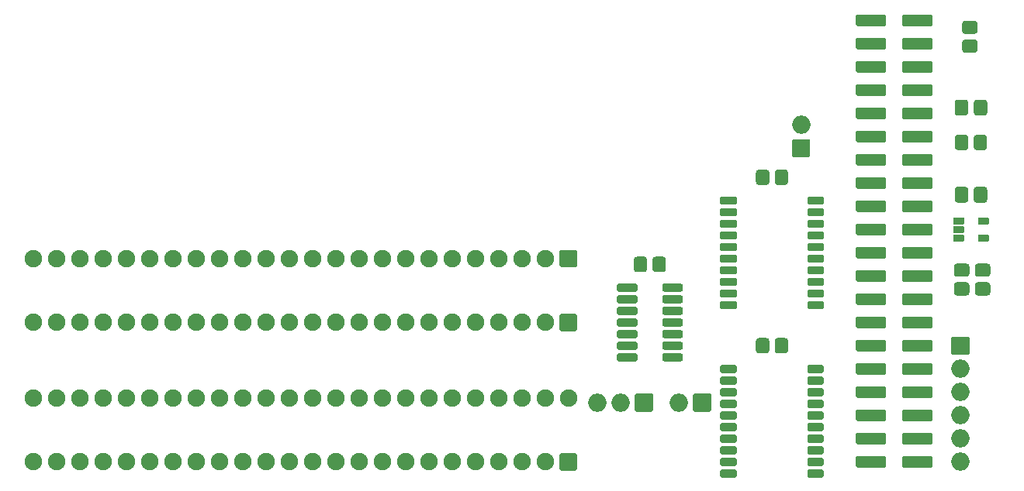
<source format=gbr>
G04 #@! TF.GenerationSoftware,KiCad,Pcbnew,(5.1.9)-1*
G04 #@! TF.CreationDate,2021-04-27T11:27:05+01:00*
G04 #@! TF.ProjectId,RGBtoHDMI Amiga Denise - solarmon - Rev 2 - SOIC,52474274-6f48-4444-9d49-20416d696761,2 (SOIC)*
G04 #@! TF.SameCoordinates,Original*
G04 #@! TF.FileFunction,Soldermask,Top*
G04 #@! TF.FilePolarity,Negative*
%FSLAX46Y46*%
G04 Gerber Fmt 4.6, Leading zero omitted, Abs format (unit mm)*
G04 Created by KiCad (PCBNEW (5.1.9)-1) date 2021-04-27 11:27:05*
%MOMM*%
%LPD*%
G01*
G04 APERTURE LIST*
%ADD10O,2.000000X2.000000*%
%ADD11O,1.900000X1.900000*%
%ADD12C,1.900000*%
G04 APERTURE END LIST*
G36*
G01*
X189778000Y-52116000D02*
X189778000Y-51516000D01*
G75*
G02*
X189928000Y-51366000I150000J0D01*
G01*
X191428000Y-51366000D01*
G75*
G02*
X191578000Y-51516000I0J-150000D01*
G01*
X191578000Y-52116000D01*
G75*
G02*
X191428000Y-52266000I-150000J0D01*
G01*
X189928000Y-52266000D01*
G75*
G02*
X189778000Y-52116000I0J150000D01*
G01*
G37*
G36*
G01*
X189778000Y-53386000D02*
X189778000Y-52786000D01*
G75*
G02*
X189928000Y-52636000I150000J0D01*
G01*
X191428000Y-52636000D01*
G75*
G02*
X191578000Y-52786000I0J-150000D01*
G01*
X191578000Y-53386000D01*
G75*
G02*
X191428000Y-53536000I-150000J0D01*
G01*
X189928000Y-53536000D01*
G75*
G02*
X189778000Y-53386000I0J150000D01*
G01*
G37*
G36*
G01*
X189778000Y-54656000D02*
X189778000Y-54056000D01*
G75*
G02*
X189928000Y-53906000I150000J0D01*
G01*
X191428000Y-53906000D01*
G75*
G02*
X191578000Y-54056000I0J-150000D01*
G01*
X191578000Y-54656000D01*
G75*
G02*
X191428000Y-54806000I-150000J0D01*
G01*
X189928000Y-54806000D01*
G75*
G02*
X189778000Y-54656000I0J150000D01*
G01*
G37*
G36*
G01*
X189778000Y-55926000D02*
X189778000Y-55326000D01*
G75*
G02*
X189928000Y-55176000I150000J0D01*
G01*
X191428000Y-55176000D01*
G75*
G02*
X191578000Y-55326000I0J-150000D01*
G01*
X191578000Y-55926000D01*
G75*
G02*
X191428000Y-56076000I-150000J0D01*
G01*
X189928000Y-56076000D01*
G75*
G02*
X189778000Y-55926000I0J150000D01*
G01*
G37*
G36*
G01*
X189778000Y-57196000D02*
X189778000Y-56596000D01*
G75*
G02*
X189928000Y-56446000I150000J0D01*
G01*
X191428000Y-56446000D01*
G75*
G02*
X191578000Y-56596000I0J-150000D01*
G01*
X191578000Y-57196000D01*
G75*
G02*
X191428000Y-57346000I-150000J0D01*
G01*
X189928000Y-57346000D01*
G75*
G02*
X189778000Y-57196000I0J150000D01*
G01*
G37*
G36*
G01*
X189778000Y-58466000D02*
X189778000Y-57866000D01*
G75*
G02*
X189928000Y-57716000I150000J0D01*
G01*
X191428000Y-57716000D01*
G75*
G02*
X191578000Y-57866000I0J-150000D01*
G01*
X191578000Y-58466000D01*
G75*
G02*
X191428000Y-58616000I-150000J0D01*
G01*
X189928000Y-58616000D01*
G75*
G02*
X189778000Y-58466000I0J150000D01*
G01*
G37*
G36*
G01*
X189778000Y-59736000D02*
X189778000Y-59136000D01*
G75*
G02*
X189928000Y-58986000I150000J0D01*
G01*
X191428000Y-58986000D01*
G75*
G02*
X191578000Y-59136000I0J-150000D01*
G01*
X191578000Y-59736000D01*
G75*
G02*
X191428000Y-59886000I-150000J0D01*
G01*
X189928000Y-59886000D01*
G75*
G02*
X189778000Y-59736000I0J150000D01*
G01*
G37*
G36*
G01*
X189778000Y-61006000D02*
X189778000Y-60406000D01*
G75*
G02*
X189928000Y-60256000I150000J0D01*
G01*
X191428000Y-60256000D01*
G75*
G02*
X191578000Y-60406000I0J-150000D01*
G01*
X191578000Y-61006000D01*
G75*
G02*
X191428000Y-61156000I-150000J0D01*
G01*
X189928000Y-61156000D01*
G75*
G02*
X189778000Y-61006000I0J150000D01*
G01*
G37*
G36*
G01*
X189778000Y-62276000D02*
X189778000Y-61676000D01*
G75*
G02*
X189928000Y-61526000I150000J0D01*
G01*
X191428000Y-61526000D01*
G75*
G02*
X191578000Y-61676000I0J-150000D01*
G01*
X191578000Y-62276000D01*
G75*
G02*
X191428000Y-62426000I-150000J0D01*
G01*
X189928000Y-62426000D01*
G75*
G02*
X189778000Y-62276000I0J150000D01*
G01*
G37*
G36*
G01*
X189778000Y-63546000D02*
X189778000Y-62946000D01*
G75*
G02*
X189928000Y-62796000I150000J0D01*
G01*
X191428000Y-62796000D01*
G75*
G02*
X191578000Y-62946000I0J-150000D01*
G01*
X191578000Y-63546000D01*
G75*
G02*
X191428000Y-63696000I-150000J0D01*
G01*
X189928000Y-63696000D01*
G75*
G02*
X189778000Y-63546000I0J150000D01*
G01*
G37*
G36*
G01*
X180278000Y-63546000D02*
X180278000Y-62946000D01*
G75*
G02*
X180428000Y-62796000I150000J0D01*
G01*
X181928000Y-62796000D01*
G75*
G02*
X182078000Y-62946000I0J-150000D01*
G01*
X182078000Y-63546000D01*
G75*
G02*
X181928000Y-63696000I-150000J0D01*
G01*
X180428000Y-63696000D01*
G75*
G02*
X180278000Y-63546000I0J150000D01*
G01*
G37*
G36*
G01*
X180278000Y-62276000D02*
X180278000Y-61676000D01*
G75*
G02*
X180428000Y-61526000I150000J0D01*
G01*
X181928000Y-61526000D01*
G75*
G02*
X182078000Y-61676000I0J-150000D01*
G01*
X182078000Y-62276000D01*
G75*
G02*
X181928000Y-62426000I-150000J0D01*
G01*
X180428000Y-62426000D01*
G75*
G02*
X180278000Y-62276000I0J150000D01*
G01*
G37*
G36*
G01*
X180278000Y-61006000D02*
X180278000Y-60406000D01*
G75*
G02*
X180428000Y-60256000I150000J0D01*
G01*
X181928000Y-60256000D01*
G75*
G02*
X182078000Y-60406000I0J-150000D01*
G01*
X182078000Y-61006000D01*
G75*
G02*
X181928000Y-61156000I-150000J0D01*
G01*
X180428000Y-61156000D01*
G75*
G02*
X180278000Y-61006000I0J150000D01*
G01*
G37*
G36*
G01*
X180278000Y-59736000D02*
X180278000Y-59136000D01*
G75*
G02*
X180428000Y-58986000I150000J0D01*
G01*
X181928000Y-58986000D01*
G75*
G02*
X182078000Y-59136000I0J-150000D01*
G01*
X182078000Y-59736000D01*
G75*
G02*
X181928000Y-59886000I-150000J0D01*
G01*
X180428000Y-59886000D01*
G75*
G02*
X180278000Y-59736000I0J150000D01*
G01*
G37*
G36*
G01*
X180278000Y-52116000D02*
X180278000Y-51516000D01*
G75*
G02*
X180428000Y-51366000I150000J0D01*
G01*
X181928000Y-51366000D01*
G75*
G02*
X182078000Y-51516000I0J-150000D01*
G01*
X182078000Y-52116000D01*
G75*
G02*
X181928000Y-52266000I-150000J0D01*
G01*
X180428000Y-52266000D01*
G75*
G02*
X180278000Y-52116000I0J150000D01*
G01*
G37*
G36*
G01*
X180278000Y-53386000D02*
X180278000Y-52786000D01*
G75*
G02*
X180428000Y-52636000I150000J0D01*
G01*
X181928000Y-52636000D01*
G75*
G02*
X182078000Y-52786000I0J-150000D01*
G01*
X182078000Y-53386000D01*
G75*
G02*
X181928000Y-53536000I-150000J0D01*
G01*
X180428000Y-53536000D01*
G75*
G02*
X180278000Y-53386000I0J150000D01*
G01*
G37*
G36*
G01*
X180278000Y-54656000D02*
X180278000Y-54056000D01*
G75*
G02*
X180428000Y-53906000I150000J0D01*
G01*
X181928000Y-53906000D01*
G75*
G02*
X182078000Y-54056000I0J-150000D01*
G01*
X182078000Y-54656000D01*
G75*
G02*
X181928000Y-54806000I-150000J0D01*
G01*
X180428000Y-54806000D01*
G75*
G02*
X180278000Y-54656000I0J150000D01*
G01*
G37*
G36*
G01*
X180278000Y-55926000D02*
X180278000Y-55326000D01*
G75*
G02*
X180428000Y-55176000I150000J0D01*
G01*
X181928000Y-55176000D01*
G75*
G02*
X182078000Y-55326000I0J-150000D01*
G01*
X182078000Y-55926000D01*
G75*
G02*
X181928000Y-56076000I-150000J0D01*
G01*
X180428000Y-56076000D01*
G75*
G02*
X180278000Y-55926000I0J150000D01*
G01*
G37*
G36*
G01*
X180278000Y-57196000D02*
X180278000Y-56596000D01*
G75*
G02*
X180428000Y-56446000I150000J0D01*
G01*
X181928000Y-56446000D01*
G75*
G02*
X182078000Y-56596000I0J-150000D01*
G01*
X182078000Y-57196000D01*
G75*
G02*
X181928000Y-57346000I-150000J0D01*
G01*
X180428000Y-57346000D01*
G75*
G02*
X180278000Y-57196000I0J150000D01*
G01*
G37*
G36*
G01*
X180278000Y-58466000D02*
X180278000Y-57866000D01*
G75*
G02*
X180428000Y-57716000I150000J0D01*
G01*
X181928000Y-57716000D01*
G75*
G02*
X182078000Y-57866000I0J-150000D01*
G01*
X182078000Y-58466000D01*
G75*
G02*
X181928000Y-58616000I-150000J0D01*
G01*
X180428000Y-58616000D01*
G75*
G02*
X180278000Y-58466000I0J150000D01*
G01*
G37*
G36*
G01*
X195093000Y-80891000D02*
X195093000Y-79891000D01*
G75*
G02*
X195243000Y-79741000I150000J0D01*
G01*
X198243000Y-79741000D01*
G75*
G02*
X198393000Y-79891000I0J-150000D01*
G01*
X198393000Y-80891000D01*
G75*
G02*
X198243000Y-81041000I-150000J0D01*
G01*
X195243000Y-81041000D01*
G75*
G02*
X195093000Y-80891000I0J150000D01*
G01*
G37*
G36*
G01*
X200133000Y-80891000D02*
X200133000Y-79891000D01*
G75*
G02*
X200283000Y-79741000I150000J0D01*
G01*
X203283000Y-79741000D01*
G75*
G02*
X203433000Y-79891000I0J-150000D01*
G01*
X203433000Y-80891000D01*
G75*
G02*
X203283000Y-81041000I-150000J0D01*
G01*
X200283000Y-81041000D01*
G75*
G02*
X200133000Y-80891000I0J150000D01*
G01*
G37*
G36*
G01*
X195093000Y-78351000D02*
X195093000Y-77351000D01*
G75*
G02*
X195243000Y-77201000I150000J0D01*
G01*
X198243000Y-77201000D01*
G75*
G02*
X198393000Y-77351000I0J-150000D01*
G01*
X198393000Y-78351000D01*
G75*
G02*
X198243000Y-78501000I-150000J0D01*
G01*
X195243000Y-78501000D01*
G75*
G02*
X195093000Y-78351000I0J150000D01*
G01*
G37*
G36*
G01*
X200133000Y-78351000D02*
X200133000Y-77351000D01*
G75*
G02*
X200283000Y-77201000I150000J0D01*
G01*
X203283000Y-77201000D01*
G75*
G02*
X203433000Y-77351000I0J-150000D01*
G01*
X203433000Y-78351000D01*
G75*
G02*
X203283000Y-78501000I-150000J0D01*
G01*
X200283000Y-78501000D01*
G75*
G02*
X200133000Y-78351000I0J150000D01*
G01*
G37*
G36*
G01*
X195093000Y-75811000D02*
X195093000Y-74811000D01*
G75*
G02*
X195243000Y-74661000I150000J0D01*
G01*
X198243000Y-74661000D01*
G75*
G02*
X198393000Y-74811000I0J-150000D01*
G01*
X198393000Y-75811000D01*
G75*
G02*
X198243000Y-75961000I-150000J0D01*
G01*
X195243000Y-75961000D01*
G75*
G02*
X195093000Y-75811000I0J150000D01*
G01*
G37*
G36*
G01*
X200133000Y-75811000D02*
X200133000Y-74811000D01*
G75*
G02*
X200283000Y-74661000I150000J0D01*
G01*
X203283000Y-74661000D01*
G75*
G02*
X203433000Y-74811000I0J-150000D01*
G01*
X203433000Y-75811000D01*
G75*
G02*
X203283000Y-75961000I-150000J0D01*
G01*
X200283000Y-75961000D01*
G75*
G02*
X200133000Y-75811000I0J150000D01*
G01*
G37*
G36*
G01*
X195093000Y-73271000D02*
X195093000Y-72271000D01*
G75*
G02*
X195243000Y-72121000I150000J0D01*
G01*
X198243000Y-72121000D01*
G75*
G02*
X198393000Y-72271000I0J-150000D01*
G01*
X198393000Y-73271000D01*
G75*
G02*
X198243000Y-73421000I-150000J0D01*
G01*
X195243000Y-73421000D01*
G75*
G02*
X195093000Y-73271000I0J150000D01*
G01*
G37*
G36*
G01*
X200133000Y-73271000D02*
X200133000Y-72271000D01*
G75*
G02*
X200283000Y-72121000I150000J0D01*
G01*
X203283000Y-72121000D01*
G75*
G02*
X203433000Y-72271000I0J-150000D01*
G01*
X203433000Y-73271000D01*
G75*
G02*
X203283000Y-73421000I-150000J0D01*
G01*
X200283000Y-73421000D01*
G75*
G02*
X200133000Y-73271000I0J150000D01*
G01*
G37*
G36*
G01*
X195093000Y-70731000D02*
X195093000Y-69731000D01*
G75*
G02*
X195243000Y-69581000I150000J0D01*
G01*
X198243000Y-69581000D01*
G75*
G02*
X198393000Y-69731000I0J-150000D01*
G01*
X198393000Y-70731000D01*
G75*
G02*
X198243000Y-70881000I-150000J0D01*
G01*
X195243000Y-70881000D01*
G75*
G02*
X195093000Y-70731000I0J150000D01*
G01*
G37*
G36*
G01*
X200133000Y-70731000D02*
X200133000Y-69731000D01*
G75*
G02*
X200283000Y-69581000I150000J0D01*
G01*
X203283000Y-69581000D01*
G75*
G02*
X203433000Y-69731000I0J-150000D01*
G01*
X203433000Y-70731000D01*
G75*
G02*
X203283000Y-70881000I-150000J0D01*
G01*
X200283000Y-70881000D01*
G75*
G02*
X200133000Y-70731000I0J150000D01*
G01*
G37*
G36*
G01*
X195093000Y-68191000D02*
X195093000Y-67191000D01*
G75*
G02*
X195243000Y-67041000I150000J0D01*
G01*
X198243000Y-67041000D01*
G75*
G02*
X198393000Y-67191000I0J-150000D01*
G01*
X198393000Y-68191000D01*
G75*
G02*
X198243000Y-68341000I-150000J0D01*
G01*
X195243000Y-68341000D01*
G75*
G02*
X195093000Y-68191000I0J150000D01*
G01*
G37*
G36*
G01*
X200133000Y-68191000D02*
X200133000Y-67191000D01*
G75*
G02*
X200283000Y-67041000I150000J0D01*
G01*
X203283000Y-67041000D01*
G75*
G02*
X203433000Y-67191000I0J-150000D01*
G01*
X203433000Y-68191000D01*
G75*
G02*
X203283000Y-68341000I-150000J0D01*
G01*
X200283000Y-68341000D01*
G75*
G02*
X200133000Y-68191000I0J150000D01*
G01*
G37*
G36*
G01*
X195093000Y-65651000D02*
X195093000Y-64651000D01*
G75*
G02*
X195243000Y-64501000I150000J0D01*
G01*
X198243000Y-64501000D01*
G75*
G02*
X198393000Y-64651000I0J-150000D01*
G01*
X198393000Y-65651000D01*
G75*
G02*
X198243000Y-65801000I-150000J0D01*
G01*
X195243000Y-65801000D01*
G75*
G02*
X195093000Y-65651000I0J150000D01*
G01*
G37*
G36*
G01*
X200133000Y-65651000D02*
X200133000Y-64651000D01*
G75*
G02*
X200283000Y-64501000I150000J0D01*
G01*
X203283000Y-64501000D01*
G75*
G02*
X203433000Y-64651000I0J-150000D01*
G01*
X203433000Y-65651000D01*
G75*
G02*
X203283000Y-65801000I-150000J0D01*
G01*
X200283000Y-65801000D01*
G75*
G02*
X200133000Y-65651000I0J150000D01*
G01*
G37*
G36*
G01*
X195093000Y-63111000D02*
X195093000Y-62111000D01*
G75*
G02*
X195243000Y-61961000I150000J0D01*
G01*
X198243000Y-61961000D01*
G75*
G02*
X198393000Y-62111000I0J-150000D01*
G01*
X198393000Y-63111000D01*
G75*
G02*
X198243000Y-63261000I-150000J0D01*
G01*
X195243000Y-63261000D01*
G75*
G02*
X195093000Y-63111000I0J150000D01*
G01*
G37*
G36*
G01*
X200133000Y-63111000D02*
X200133000Y-62111000D01*
G75*
G02*
X200283000Y-61961000I150000J0D01*
G01*
X203283000Y-61961000D01*
G75*
G02*
X203433000Y-62111000I0J-150000D01*
G01*
X203433000Y-63111000D01*
G75*
G02*
X203283000Y-63261000I-150000J0D01*
G01*
X200283000Y-63261000D01*
G75*
G02*
X200133000Y-63111000I0J150000D01*
G01*
G37*
G36*
G01*
X195093000Y-60571000D02*
X195093000Y-59571000D01*
G75*
G02*
X195243000Y-59421000I150000J0D01*
G01*
X198243000Y-59421000D01*
G75*
G02*
X198393000Y-59571000I0J-150000D01*
G01*
X198393000Y-60571000D01*
G75*
G02*
X198243000Y-60721000I-150000J0D01*
G01*
X195243000Y-60721000D01*
G75*
G02*
X195093000Y-60571000I0J150000D01*
G01*
G37*
G36*
G01*
X200133000Y-60571000D02*
X200133000Y-59571000D01*
G75*
G02*
X200283000Y-59421000I150000J0D01*
G01*
X203283000Y-59421000D01*
G75*
G02*
X203433000Y-59571000I0J-150000D01*
G01*
X203433000Y-60571000D01*
G75*
G02*
X203283000Y-60721000I-150000J0D01*
G01*
X200283000Y-60721000D01*
G75*
G02*
X200133000Y-60571000I0J150000D01*
G01*
G37*
G36*
G01*
X195093000Y-58031000D02*
X195093000Y-57031000D01*
G75*
G02*
X195243000Y-56881000I150000J0D01*
G01*
X198243000Y-56881000D01*
G75*
G02*
X198393000Y-57031000I0J-150000D01*
G01*
X198393000Y-58031000D01*
G75*
G02*
X198243000Y-58181000I-150000J0D01*
G01*
X195243000Y-58181000D01*
G75*
G02*
X195093000Y-58031000I0J150000D01*
G01*
G37*
G36*
G01*
X200133000Y-58031000D02*
X200133000Y-57031000D01*
G75*
G02*
X200283000Y-56881000I150000J0D01*
G01*
X203283000Y-56881000D01*
G75*
G02*
X203433000Y-57031000I0J-150000D01*
G01*
X203433000Y-58031000D01*
G75*
G02*
X203283000Y-58181000I-150000J0D01*
G01*
X200283000Y-58181000D01*
G75*
G02*
X200133000Y-58031000I0J150000D01*
G01*
G37*
G36*
G01*
X195093000Y-55491000D02*
X195093000Y-54491000D01*
G75*
G02*
X195243000Y-54341000I150000J0D01*
G01*
X198243000Y-54341000D01*
G75*
G02*
X198393000Y-54491000I0J-150000D01*
G01*
X198393000Y-55491000D01*
G75*
G02*
X198243000Y-55641000I-150000J0D01*
G01*
X195243000Y-55641000D01*
G75*
G02*
X195093000Y-55491000I0J150000D01*
G01*
G37*
G36*
G01*
X200133000Y-55491000D02*
X200133000Y-54491000D01*
G75*
G02*
X200283000Y-54341000I150000J0D01*
G01*
X203283000Y-54341000D01*
G75*
G02*
X203433000Y-54491000I0J-150000D01*
G01*
X203433000Y-55491000D01*
G75*
G02*
X203283000Y-55641000I-150000J0D01*
G01*
X200283000Y-55641000D01*
G75*
G02*
X200133000Y-55491000I0J150000D01*
G01*
G37*
G36*
G01*
X195093000Y-52951000D02*
X195093000Y-51951000D01*
G75*
G02*
X195243000Y-51801000I150000J0D01*
G01*
X198243000Y-51801000D01*
G75*
G02*
X198393000Y-51951000I0J-150000D01*
G01*
X198393000Y-52951000D01*
G75*
G02*
X198243000Y-53101000I-150000J0D01*
G01*
X195243000Y-53101000D01*
G75*
G02*
X195093000Y-52951000I0J150000D01*
G01*
G37*
G36*
G01*
X200133000Y-52951000D02*
X200133000Y-51951000D01*
G75*
G02*
X200283000Y-51801000I150000J0D01*
G01*
X203283000Y-51801000D01*
G75*
G02*
X203433000Y-51951000I0J-150000D01*
G01*
X203433000Y-52951000D01*
G75*
G02*
X203283000Y-53101000I-150000J0D01*
G01*
X200283000Y-53101000D01*
G75*
G02*
X200133000Y-52951000I0J150000D01*
G01*
G37*
G36*
G01*
X195093000Y-50411000D02*
X195093000Y-49411000D01*
G75*
G02*
X195243000Y-49261000I150000J0D01*
G01*
X198243000Y-49261000D01*
G75*
G02*
X198393000Y-49411000I0J-150000D01*
G01*
X198393000Y-50411000D01*
G75*
G02*
X198243000Y-50561000I-150000J0D01*
G01*
X195243000Y-50561000D01*
G75*
G02*
X195093000Y-50411000I0J150000D01*
G01*
G37*
G36*
G01*
X200133000Y-50411000D02*
X200133000Y-49411000D01*
G75*
G02*
X200283000Y-49261000I150000J0D01*
G01*
X203283000Y-49261000D01*
G75*
G02*
X203433000Y-49411000I0J-150000D01*
G01*
X203433000Y-50411000D01*
G75*
G02*
X203283000Y-50561000I-150000J0D01*
G01*
X200283000Y-50561000D01*
G75*
G02*
X200133000Y-50411000I0J150000D01*
G01*
G37*
G36*
G01*
X195093000Y-47871000D02*
X195093000Y-46871000D01*
G75*
G02*
X195243000Y-46721000I150000J0D01*
G01*
X198243000Y-46721000D01*
G75*
G02*
X198393000Y-46871000I0J-150000D01*
G01*
X198393000Y-47871000D01*
G75*
G02*
X198243000Y-48021000I-150000J0D01*
G01*
X195243000Y-48021000D01*
G75*
G02*
X195093000Y-47871000I0J150000D01*
G01*
G37*
G36*
G01*
X200133000Y-47871000D02*
X200133000Y-46871000D01*
G75*
G02*
X200283000Y-46721000I150000J0D01*
G01*
X203283000Y-46721000D01*
G75*
G02*
X203433000Y-46871000I0J-150000D01*
G01*
X203433000Y-47871000D01*
G75*
G02*
X203283000Y-48021000I-150000J0D01*
G01*
X200283000Y-48021000D01*
G75*
G02*
X200133000Y-47871000I0J150000D01*
G01*
G37*
G36*
G01*
X195093000Y-45331000D02*
X195093000Y-44331000D01*
G75*
G02*
X195243000Y-44181000I150000J0D01*
G01*
X198243000Y-44181000D01*
G75*
G02*
X198393000Y-44331000I0J-150000D01*
G01*
X198393000Y-45331000D01*
G75*
G02*
X198243000Y-45481000I-150000J0D01*
G01*
X195243000Y-45481000D01*
G75*
G02*
X195093000Y-45331000I0J150000D01*
G01*
G37*
G36*
G01*
X200133000Y-45331000D02*
X200133000Y-44331000D01*
G75*
G02*
X200283000Y-44181000I150000J0D01*
G01*
X203283000Y-44181000D01*
G75*
G02*
X203433000Y-44331000I0J-150000D01*
G01*
X203433000Y-45331000D01*
G75*
G02*
X203283000Y-45481000I-150000J0D01*
G01*
X200283000Y-45481000D01*
G75*
G02*
X200133000Y-45331000I0J150000D01*
G01*
G37*
G36*
G01*
X195093000Y-42791000D02*
X195093000Y-41791000D01*
G75*
G02*
X195243000Y-41641000I150000J0D01*
G01*
X198243000Y-41641000D01*
G75*
G02*
X198393000Y-41791000I0J-150000D01*
G01*
X198393000Y-42791000D01*
G75*
G02*
X198243000Y-42941000I-150000J0D01*
G01*
X195243000Y-42941000D01*
G75*
G02*
X195093000Y-42791000I0J150000D01*
G01*
G37*
G36*
G01*
X200133000Y-42791000D02*
X200133000Y-41791000D01*
G75*
G02*
X200283000Y-41641000I150000J0D01*
G01*
X203283000Y-41641000D01*
G75*
G02*
X203433000Y-41791000I0J-150000D01*
G01*
X203433000Y-42791000D01*
G75*
G02*
X203283000Y-42941000I-150000J0D01*
G01*
X200283000Y-42941000D01*
G75*
G02*
X200133000Y-42791000I0J150000D01*
G01*
G37*
G36*
G01*
X195093000Y-40251000D02*
X195093000Y-39251000D01*
G75*
G02*
X195243000Y-39101000I150000J0D01*
G01*
X198243000Y-39101000D01*
G75*
G02*
X198393000Y-39251000I0J-150000D01*
G01*
X198393000Y-40251000D01*
G75*
G02*
X198243000Y-40401000I-150000J0D01*
G01*
X195243000Y-40401000D01*
G75*
G02*
X195093000Y-40251000I0J150000D01*
G01*
G37*
G36*
G01*
X200133000Y-40251000D02*
X200133000Y-39251000D01*
G75*
G02*
X200283000Y-39101000I150000J0D01*
G01*
X203283000Y-39101000D01*
G75*
G02*
X203433000Y-39251000I0J-150000D01*
G01*
X203433000Y-40251000D01*
G75*
G02*
X203283000Y-40401000I-150000J0D01*
G01*
X200283000Y-40401000D01*
G75*
G02*
X200133000Y-40251000I0J150000D01*
G01*
G37*
G36*
G01*
X195093000Y-37711000D02*
X195093000Y-36711000D01*
G75*
G02*
X195243000Y-36561000I150000J0D01*
G01*
X198243000Y-36561000D01*
G75*
G02*
X198393000Y-36711000I0J-150000D01*
G01*
X198393000Y-37711000D01*
G75*
G02*
X198243000Y-37861000I-150000J0D01*
G01*
X195243000Y-37861000D01*
G75*
G02*
X195093000Y-37711000I0J150000D01*
G01*
G37*
G36*
G01*
X200133000Y-37711000D02*
X200133000Y-36711000D01*
G75*
G02*
X200283000Y-36561000I150000J0D01*
G01*
X203283000Y-36561000D01*
G75*
G02*
X203433000Y-36711000I0J-150000D01*
G01*
X203433000Y-37711000D01*
G75*
G02*
X203283000Y-37861000I-150000J0D01*
G01*
X200283000Y-37861000D01*
G75*
G02*
X200133000Y-37711000I0J150000D01*
G01*
G37*
G36*
G01*
X195093000Y-35171000D02*
X195093000Y-34171000D01*
G75*
G02*
X195243000Y-34021000I150000J0D01*
G01*
X198243000Y-34021000D01*
G75*
G02*
X198393000Y-34171000I0J-150000D01*
G01*
X198393000Y-35171000D01*
G75*
G02*
X198243000Y-35321000I-150000J0D01*
G01*
X195243000Y-35321000D01*
G75*
G02*
X195093000Y-35171000I0J150000D01*
G01*
G37*
G36*
G01*
X200133000Y-35171000D02*
X200133000Y-34171000D01*
G75*
G02*
X200283000Y-34021000I150000J0D01*
G01*
X203283000Y-34021000D01*
G75*
G02*
X203433000Y-34171000I0J-150000D01*
G01*
X203433000Y-35171000D01*
G75*
G02*
X203283000Y-35321000I-150000J0D01*
G01*
X200283000Y-35321000D01*
G75*
G02*
X200133000Y-35171000I0J150000D01*
G01*
G37*
G36*
G01*
X195093000Y-32631000D02*
X195093000Y-31631000D01*
G75*
G02*
X195243000Y-31481000I150000J0D01*
G01*
X198243000Y-31481000D01*
G75*
G02*
X198393000Y-31631000I0J-150000D01*
G01*
X198393000Y-32631000D01*
G75*
G02*
X198243000Y-32781000I-150000J0D01*
G01*
X195243000Y-32781000D01*
G75*
G02*
X195093000Y-32631000I0J150000D01*
G01*
G37*
G36*
G01*
X200133000Y-32631000D02*
X200133000Y-31631000D01*
G75*
G02*
X200283000Y-31481000I150000J0D01*
G01*
X203283000Y-31481000D01*
G75*
G02*
X203433000Y-31631000I0J-150000D01*
G01*
X203433000Y-32631000D01*
G75*
G02*
X203283000Y-32781000I-150000J0D01*
G01*
X200283000Y-32781000D01*
G75*
G02*
X200133000Y-32631000I0J150000D01*
G01*
G37*
G36*
G01*
X189778000Y-70531000D02*
X189778000Y-69931000D01*
G75*
G02*
X189928000Y-69781000I150000J0D01*
G01*
X191428000Y-69781000D01*
G75*
G02*
X191578000Y-69931000I0J-150000D01*
G01*
X191578000Y-70531000D01*
G75*
G02*
X191428000Y-70681000I-150000J0D01*
G01*
X189928000Y-70681000D01*
G75*
G02*
X189778000Y-70531000I0J150000D01*
G01*
G37*
G36*
G01*
X189778000Y-71801000D02*
X189778000Y-71201000D01*
G75*
G02*
X189928000Y-71051000I150000J0D01*
G01*
X191428000Y-71051000D01*
G75*
G02*
X191578000Y-71201000I0J-150000D01*
G01*
X191578000Y-71801000D01*
G75*
G02*
X191428000Y-71951000I-150000J0D01*
G01*
X189928000Y-71951000D01*
G75*
G02*
X189778000Y-71801000I0J150000D01*
G01*
G37*
G36*
G01*
X189778000Y-73071000D02*
X189778000Y-72471000D01*
G75*
G02*
X189928000Y-72321000I150000J0D01*
G01*
X191428000Y-72321000D01*
G75*
G02*
X191578000Y-72471000I0J-150000D01*
G01*
X191578000Y-73071000D01*
G75*
G02*
X191428000Y-73221000I-150000J0D01*
G01*
X189928000Y-73221000D01*
G75*
G02*
X189778000Y-73071000I0J150000D01*
G01*
G37*
G36*
G01*
X189778000Y-74341000D02*
X189778000Y-73741000D01*
G75*
G02*
X189928000Y-73591000I150000J0D01*
G01*
X191428000Y-73591000D01*
G75*
G02*
X191578000Y-73741000I0J-150000D01*
G01*
X191578000Y-74341000D01*
G75*
G02*
X191428000Y-74491000I-150000J0D01*
G01*
X189928000Y-74491000D01*
G75*
G02*
X189778000Y-74341000I0J150000D01*
G01*
G37*
G36*
G01*
X189778000Y-75611000D02*
X189778000Y-75011000D01*
G75*
G02*
X189928000Y-74861000I150000J0D01*
G01*
X191428000Y-74861000D01*
G75*
G02*
X191578000Y-75011000I0J-150000D01*
G01*
X191578000Y-75611000D01*
G75*
G02*
X191428000Y-75761000I-150000J0D01*
G01*
X189928000Y-75761000D01*
G75*
G02*
X189778000Y-75611000I0J150000D01*
G01*
G37*
G36*
G01*
X189778000Y-76881000D02*
X189778000Y-76281000D01*
G75*
G02*
X189928000Y-76131000I150000J0D01*
G01*
X191428000Y-76131000D01*
G75*
G02*
X191578000Y-76281000I0J-150000D01*
G01*
X191578000Y-76881000D01*
G75*
G02*
X191428000Y-77031000I-150000J0D01*
G01*
X189928000Y-77031000D01*
G75*
G02*
X189778000Y-76881000I0J150000D01*
G01*
G37*
G36*
G01*
X189778000Y-78151000D02*
X189778000Y-77551000D01*
G75*
G02*
X189928000Y-77401000I150000J0D01*
G01*
X191428000Y-77401000D01*
G75*
G02*
X191578000Y-77551000I0J-150000D01*
G01*
X191578000Y-78151000D01*
G75*
G02*
X191428000Y-78301000I-150000J0D01*
G01*
X189928000Y-78301000D01*
G75*
G02*
X189778000Y-78151000I0J150000D01*
G01*
G37*
G36*
G01*
X189778000Y-79421000D02*
X189778000Y-78821000D01*
G75*
G02*
X189928000Y-78671000I150000J0D01*
G01*
X191428000Y-78671000D01*
G75*
G02*
X191578000Y-78821000I0J-150000D01*
G01*
X191578000Y-79421000D01*
G75*
G02*
X191428000Y-79571000I-150000J0D01*
G01*
X189928000Y-79571000D01*
G75*
G02*
X189778000Y-79421000I0J150000D01*
G01*
G37*
G36*
G01*
X189778000Y-80691000D02*
X189778000Y-80091000D01*
G75*
G02*
X189928000Y-79941000I150000J0D01*
G01*
X191428000Y-79941000D01*
G75*
G02*
X191578000Y-80091000I0J-150000D01*
G01*
X191578000Y-80691000D01*
G75*
G02*
X191428000Y-80841000I-150000J0D01*
G01*
X189928000Y-80841000D01*
G75*
G02*
X189778000Y-80691000I0J150000D01*
G01*
G37*
G36*
G01*
X189778000Y-81961000D02*
X189778000Y-81361000D01*
G75*
G02*
X189928000Y-81211000I150000J0D01*
G01*
X191428000Y-81211000D01*
G75*
G02*
X191578000Y-81361000I0J-150000D01*
G01*
X191578000Y-81961000D01*
G75*
G02*
X191428000Y-82111000I-150000J0D01*
G01*
X189928000Y-82111000D01*
G75*
G02*
X189778000Y-81961000I0J150000D01*
G01*
G37*
G36*
G01*
X180278000Y-81961000D02*
X180278000Y-81361000D01*
G75*
G02*
X180428000Y-81211000I150000J0D01*
G01*
X181928000Y-81211000D01*
G75*
G02*
X182078000Y-81361000I0J-150000D01*
G01*
X182078000Y-81961000D01*
G75*
G02*
X181928000Y-82111000I-150000J0D01*
G01*
X180428000Y-82111000D01*
G75*
G02*
X180278000Y-81961000I0J150000D01*
G01*
G37*
G36*
G01*
X180278000Y-80691000D02*
X180278000Y-80091000D01*
G75*
G02*
X180428000Y-79941000I150000J0D01*
G01*
X181928000Y-79941000D01*
G75*
G02*
X182078000Y-80091000I0J-150000D01*
G01*
X182078000Y-80691000D01*
G75*
G02*
X181928000Y-80841000I-150000J0D01*
G01*
X180428000Y-80841000D01*
G75*
G02*
X180278000Y-80691000I0J150000D01*
G01*
G37*
G36*
G01*
X180278000Y-79421000D02*
X180278000Y-78821000D01*
G75*
G02*
X180428000Y-78671000I150000J0D01*
G01*
X181928000Y-78671000D01*
G75*
G02*
X182078000Y-78821000I0J-150000D01*
G01*
X182078000Y-79421000D01*
G75*
G02*
X181928000Y-79571000I-150000J0D01*
G01*
X180428000Y-79571000D01*
G75*
G02*
X180278000Y-79421000I0J150000D01*
G01*
G37*
G36*
G01*
X180278000Y-78151000D02*
X180278000Y-77551000D01*
G75*
G02*
X180428000Y-77401000I150000J0D01*
G01*
X181928000Y-77401000D01*
G75*
G02*
X182078000Y-77551000I0J-150000D01*
G01*
X182078000Y-78151000D01*
G75*
G02*
X181928000Y-78301000I-150000J0D01*
G01*
X180428000Y-78301000D01*
G75*
G02*
X180278000Y-78151000I0J150000D01*
G01*
G37*
G36*
G01*
X180278000Y-70531000D02*
X180278000Y-69931000D01*
G75*
G02*
X180428000Y-69781000I150000J0D01*
G01*
X181928000Y-69781000D01*
G75*
G02*
X182078000Y-69931000I0J-150000D01*
G01*
X182078000Y-70531000D01*
G75*
G02*
X181928000Y-70681000I-150000J0D01*
G01*
X180428000Y-70681000D01*
G75*
G02*
X180278000Y-70531000I0J150000D01*
G01*
G37*
G36*
G01*
X180278000Y-71801000D02*
X180278000Y-71201000D01*
G75*
G02*
X180428000Y-71051000I150000J0D01*
G01*
X181928000Y-71051000D01*
G75*
G02*
X182078000Y-71201000I0J-150000D01*
G01*
X182078000Y-71801000D01*
G75*
G02*
X181928000Y-71951000I-150000J0D01*
G01*
X180428000Y-71951000D01*
G75*
G02*
X180278000Y-71801000I0J150000D01*
G01*
G37*
G36*
G01*
X180278000Y-73071000D02*
X180278000Y-72471000D01*
G75*
G02*
X180428000Y-72321000I150000J0D01*
G01*
X181928000Y-72321000D01*
G75*
G02*
X182078000Y-72471000I0J-150000D01*
G01*
X182078000Y-73071000D01*
G75*
G02*
X181928000Y-73221000I-150000J0D01*
G01*
X180428000Y-73221000D01*
G75*
G02*
X180278000Y-73071000I0J150000D01*
G01*
G37*
G36*
G01*
X180278000Y-74341000D02*
X180278000Y-73741000D01*
G75*
G02*
X180428000Y-73591000I150000J0D01*
G01*
X181928000Y-73591000D01*
G75*
G02*
X182078000Y-73741000I0J-150000D01*
G01*
X182078000Y-74341000D01*
G75*
G02*
X181928000Y-74491000I-150000J0D01*
G01*
X180428000Y-74491000D01*
G75*
G02*
X180278000Y-74341000I0J150000D01*
G01*
G37*
G36*
G01*
X180278000Y-75611000D02*
X180278000Y-75011000D01*
G75*
G02*
X180428000Y-74861000I150000J0D01*
G01*
X181928000Y-74861000D01*
G75*
G02*
X182078000Y-75011000I0J-150000D01*
G01*
X182078000Y-75611000D01*
G75*
G02*
X181928000Y-75761000I-150000J0D01*
G01*
X180428000Y-75761000D01*
G75*
G02*
X180278000Y-75611000I0J150000D01*
G01*
G37*
G36*
G01*
X180278000Y-76881000D02*
X180278000Y-76281000D01*
G75*
G02*
X180428000Y-76131000I150000J0D01*
G01*
X181928000Y-76131000D01*
G75*
G02*
X182078000Y-76281000I0J-150000D01*
G01*
X182078000Y-76881000D01*
G75*
G02*
X181928000Y-77031000I-150000J0D01*
G01*
X180428000Y-77031000D01*
G75*
G02*
X180278000Y-76881000I0J150000D01*
G01*
G37*
G36*
G01*
X173943000Y-61566000D02*
X173943000Y-61116000D01*
G75*
G02*
X174168000Y-60891000I225000J0D01*
G01*
X175968000Y-60891000D01*
G75*
G02*
X176193000Y-61116000I0J-225000D01*
G01*
X176193000Y-61566000D01*
G75*
G02*
X175968000Y-61791000I-225000J0D01*
G01*
X174168000Y-61791000D01*
G75*
G02*
X173943000Y-61566000I0J225000D01*
G01*
G37*
G36*
G01*
X173943000Y-62836000D02*
X173943000Y-62386000D01*
G75*
G02*
X174168000Y-62161000I225000J0D01*
G01*
X175968000Y-62161000D01*
G75*
G02*
X176193000Y-62386000I0J-225000D01*
G01*
X176193000Y-62836000D01*
G75*
G02*
X175968000Y-63061000I-225000J0D01*
G01*
X174168000Y-63061000D01*
G75*
G02*
X173943000Y-62836000I0J225000D01*
G01*
G37*
G36*
G01*
X173943000Y-64106000D02*
X173943000Y-63656000D01*
G75*
G02*
X174168000Y-63431000I225000J0D01*
G01*
X175968000Y-63431000D01*
G75*
G02*
X176193000Y-63656000I0J-225000D01*
G01*
X176193000Y-64106000D01*
G75*
G02*
X175968000Y-64331000I-225000J0D01*
G01*
X174168000Y-64331000D01*
G75*
G02*
X173943000Y-64106000I0J225000D01*
G01*
G37*
G36*
G01*
X173943000Y-65376000D02*
X173943000Y-64926000D01*
G75*
G02*
X174168000Y-64701000I225000J0D01*
G01*
X175968000Y-64701000D01*
G75*
G02*
X176193000Y-64926000I0J-225000D01*
G01*
X176193000Y-65376000D01*
G75*
G02*
X175968000Y-65601000I-225000J0D01*
G01*
X174168000Y-65601000D01*
G75*
G02*
X173943000Y-65376000I0J225000D01*
G01*
G37*
G36*
G01*
X173943000Y-66646000D02*
X173943000Y-66196000D01*
G75*
G02*
X174168000Y-65971000I225000J0D01*
G01*
X175968000Y-65971000D01*
G75*
G02*
X176193000Y-66196000I0J-225000D01*
G01*
X176193000Y-66646000D01*
G75*
G02*
X175968000Y-66871000I-225000J0D01*
G01*
X174168000Y-66871000D01*
G75*
G02*
X173943000Y-66646000I0J225000D01*
G01*
G37*
G36*
G01*
X173943000Y-67916000D02*
X173943000Y-67466000D01*
G75*
G02*
X174168000Y-67241000I225000J0D01*
G01*
X175968000Y-67241000D01*
G75*
G02*
X176193000Y-67466000I0J-225000D01*
G01*
X176193000Y-67916000D01*
G75*
G02*
X175968000Y-68141000I-225000J0D01*
G01*
X174168000Y-68141000D01*
G75*
G02*
X173943000Y-67916000I0J225000D01*
G01*
G37*
G36*
G01*
X173943000Y-69186000D02*
X173943000Y-68736000D01*
G75*
G02*
X174168000Y-68511000I225000J0D01*
G01*
X175968000Y-68511000D01*
G75*
G02*
X176193000Y-68736000I0J-225000D01*
G01*
X176193000Y-69186000D01*
G75*
G02*
X175968000Y-69411000I-225000J0D01*
G01*
X174168000Y-69411000D01*
G75*
G02*
X173943000Y-69186000I0J225000D01*
G01*
G37*
G36*
G01*
X168993000Y-69186000D02*
X168993000Y-68736000D01*
G75*
G02*
X169218000Y-68511000I225000J0D01*
G01*
X171018000Y-68511000D01*
G75*
G02*
X171243000Y-68736000I0J-225000D01*
G01*
X171243000Y-69186000D01*
G75*
G02*
X171018000Y-69411000I-225000J0D01*
G01*
X169218000Y-69411000D01*
G75*
G02*
X168993000Y-69186000I0J225000D01*
G01*
G37*
G36*
G01*
X168993000Y-67916000D02*
X168993000Y-67466000D01*
G75*
G02*
X169218000Y-67241000I225000J0D01*
G01*
X171018000Y-67241000D01*
G75*
G02*
X171243000Y-67466000I0J-225000D01*
G01*
X171243000Y-67916000D01*
G75*
G02*
X171018000Y-68141000I-225000J0D01*
G01*
X169218000Y-68141000D01*
G75*
G02*
X168993000Y-67916000I0J225000D01*
G01*
G37*
G36*
G01*
X168993000Y-66646000D02*
X168993000Y-66196000D01*
G75*
G02*
X169218000Y-65971000I225000J0D01*
G01*
X171018000Y-65971000D01*
G75*
G02*
X171243000Y-66196000I0J-225000D01*
G01*
X171243000Y-66646000D01*
G75*
G02*
X171018000Y-66871000I-225000J0D01*
G01*
X169218000Y-66871000D01*
G75*
G02*
X168993000Y-66646000I0J225000D01*
G01*
G37*
G36*
G01*
X168993000Y-65376000D02*
X168993000Y-64926000D01*
G75*
G02*
X169218000Y-64701000I225000J0D01*
G01*
X171018000Y-64701000D01*
G75*
G02*
X171243000Y-64926000I0J-225000D01*
G01*
X171243000Y-65376000D01*
G75*
G02*
X171018000Y-65601000I-225000J0D01*
G01*
X169218000Y-65601000D01*
G75*
G02*
X168993000Y-65376000I0J225000D01*
G01*
G37*
G36*
G01*
X168993000Y-64106000D02*
X168993000Y-63656000D01*
G75*
G02*
X169218000Y-63431000I225000J0D01*
G01*
X171018000Y-63431000D01*
G75*
G02*
X171243000Y-63656000I0J-225000D01*
G01*
X171243000Y-64106000D01*
G75*
G02*
X171018000Y-64331000I-225000J0D01*
G01*
X169218000Y-64331000D01*
G75*
G02*
X168993000Y-64106000I0J225000D01*
G01*
G37*
G36*
G01*
X168993000Y-62836000D02*
X168993000Y-62386000D01*
G75*
G02*
X169218000Y-62161000I225000J0D01*
G01*
X171018000Y-62161000D01*
G75*
G02*
X171243000Y-62386000I0J-225000D01*
G01*
X171243000Y-62836000D01*
G75*
G02*
X171018000Y-63061000I-225000J0D01*
G01*
X169218000Y-63061000D01*
G75*
G02*
X168993000Y-62836000I0J225000D01*
G01*
G37*
G36*
G01*
X168993000Y-61566000D02*
X168993000Y-61116000D01*
G75*
G02*
X169218000Y-60891000I225000J0D01*
G01*
X171018000Y-60891000D01*
G75*
G02*
X171243000Y-61116000I0J-225000D01*
G01*
X171243000Y-61566000D01*
G75*
G02*
X171018000Y-61791000I-225000J0D01*
G01*
X169218000Y-61791000D01*
G75*
G02*
X168993000Y-61566000I0J225000D01*
G01*
G37*
G36*
G01*
X207345000Y-50619829D02*
X207345000Y-51742171D01*
G75*
G02*
X207031171Y-52056000I-313829J0D01*
G01*
X206183829Y-52056000D01*
G75*
G02*
X205870000Y-51742171I0J313829D01*
G01*
X205870000Y-50619829D01*
G75*
G02*
X206183829Y-50306000I313829J0D01*
G01*
X207031171Y-50306000D01*
G75*
G02*
X207345000Y-50619829I0J-313829D01*
G01*
G37*
G36*
G01*
X209420000Y-50619829D02*
X209420000Y-51742171D01*
G75*
G02*
X209106171Y-52056000I-313829J0D01*
G01*
X208258829Y-52056000D01*
G75*
G02*
X207945000Y-51742171I0J313829D01*
G01*
X207945000Y-50619829D01*
G75*
G02*
X208258829Y-50306000I313829J0D01*
G01*
X209106171Y-50306000D01*
G75*
G02*
X209420000Y-50619829I0J-313829D01*
G01*
G37*
D10*
X189103000Y-43561000D03*
G36*
G01*
X190103000Y-45251000D02*
X190103000Y-46951000D01*
G75*
G02*
X189953000Y-47101000I-150000J0D01*
G01*
X188253000Y-47101000D01*
G75*
G02*
X188103000Y-46951000I0J150000D01*
G01*
X188103000Y-45251000D01*
G75*
G02*
X188253000Y-45101000I150000J0D01*
G01*
X189953000Y-45101000D01*
G75*
G02*
X190103000Y-45251000I0J-150000D01*
G01*
G37*
G36*
G01*
X207345000Y-41094829D02*
X207345000Y-42217171D01*
G75*
G02*
X207031171Y-42531000I-313829J0D01*
G01*
X206183829Y-42531000D01*
G75*
G02*
X205870000Y-42217171I0J313829D01*
G01*
X205870000Y-41094829D01*
G75*
G02*
X206183829Y-40781000I313829J0D01*
G01*
X207031171Y-40781000D01*
G75*
G02*
X207345000Y-41094829I0J-313829D01*
G01*
G37*
G36*
G01*
X209420000Y-41094829D02*
X209420000Y-42217171D01*
G75*
G02*
X209106171Y-42531000I-313829J0D01*
G01*
X208258829Y-42531000D01*
G75*
G02*
X207945000Y-42217171I0J313829D01*
G01*
X207945000Y-41094829D01*
G75*
G02*
X208258829Y-40781000I313829J0D01*
G01*
X209106171Y-40781000D01*
G75*
G02*
X209420000Y-41094829I0J-313829D01*
G01*
G37*
D11*
X105283000Y-80391000D03*
X107823000Y-80391000D03*
X110363000Y-80391000D03*
X112903000Y-80391000D03*
X115443000Y-80391000D03*
X117983000Y-80391000D03*
X120523000Y-80391000D03*
X123063000Y-80391000D03*
X125603000Y-80391000D03*
X128143000Y-80391000D03*
X130683000Y-80391000D03*
X133223000Y-80391000D03*
X135763000Y-80391000D03*
X138303000Y-80391000D03*
X140843000Y-80391000D03*
X143383000Y-80391000D03*
X145923000Y-80391000D03*
X148463000Y-80391000D03*
X151003000Y-80391000D03*
X153543000Y-80391000D03*
X156083000Y-80391000D03*
X158623000Y-80391000D03*
X161163000Y-80391000D03*
G36*
G01*
X164503000Y-81341000D02*
X162903000Y-81341000D01*
G75*
G02*
X162753000Y-81191000I0J150000D01*
G01*
X162753000Y-79591000D01*
G75*
G02*
X162903000Y-79441000I150000J0D01*
G01*
X164503000Y-79441000D01*
G75*
G02*
X164653000Y-79591000I0J-150000D01*
G01*
X164653000Y-81191000D01*
G75*
G02*
X164503000Y-81341000I-150000J0D01*
G01*
G37*
X105283000Y-65151000D03*
X107823000Y-65151000D03*
X110363000Y-65151000D03*
X112903000Y-65151000D03*
X115443000Y-65151000D03*
X117983000Y-65151000D03*
X120523000Y-65151000D03*
X123063000Y-65151000D03*
X125603000Y-65151000D03*
X128143000Y-65151000D03*
X130683000Y-65151000D03*
X133223000Y-65151000D03*
X135763000Y-65151000D03*
X138303000Y-65151000D03*
X140843000Y-65151000D03*
X143383000Y-65151000D03*
X145923000Y-65151000D03*
X148463000Y-65151000D03*
X151003000Y-65151000D03*
X153543000Y-65151000D03*
X156083000Y-65151000D03*
X158623000Y-65151000D03*
X161163000Y-65151000D03*
G36*
G01*
X164503000Y-66101000D02*
X162903000Y-66101000D01*
G75*
G02*
X162753000Y-65951000I0J150000D01*
G01*
X162753000Y-64351000D01*
G75*
G02*
X162903000Y-64201000I150000J0D01*
G01*
X164503000Y-64201000D01*
G75*
G02*
X164653000Y-64351000I0J-150000D01*
G01*
X164653000Y-65951000D01*
G75*
G02*
X164503000Y-66101000I-150000J0D01*
G01*
G37*
D10*
X206502000Y-80391000D03*
X206502000Y-77851000D03*
X206502000Y-75311000D03*
X206502000Y-72771000D03*
X206502000Y-70231000D03*
G36*
G01*
X205502000Y-68541000D02*
X205502000Y-66841000D01*
G75*
G02*
X205652000Y-66691000I150000J0D01*
G01*
X207352000Y-66691000D01*
G75*
G02*
X207502000Y-66841000I0J-150000D01*
G01*
X207502000Y-68541000D01*
G75*
G02*
X207352000Y-68691000I-150000J0D01*
G01*
X205652000Y-68691000D01*
G75*
G02*
X205502000Y-68541000I0J150000D01*
G01*
G37*
G36*
G01*
X209449784Y-60152000D02*
X208380216Y-60152000D01*
G75*
G02*
X208065000Y-59836784I0J315216D01*
G01*
X208065000Y-59017216D01*
G75*
G02*
X208380216Y-58702000I315216J0D01*
G01*
X209449784Y-58702000D01*
G75*
G02*
X209765000Y-59017216I0J-315216D01*
G01*
X209765000Y-59836784D01*
G75*
G02*
X209449784Y-60152000I-315216J0D01*
G01*
G37*
G36*
G01*
X209449784Y-62202000D02*
X208380216Y-62202000D01*
G75*
G02*
X208065000Y-61886784I0J315216D01*
G01*
X208065000Y-61067216D01*
G75*
G02*
X208380216Y-60752000I315216J0D01*
G01*
X209449784Y-60752000D01*
G75*
G02*
X209765000Y-61067216I0J-315216D01*
G01*
X209765000Y-61886784D01*
G75*
G02*
X209449784Y-62202000I-315216J0D01*
G01*
G37*
G36*
G01*
X208470000Y-53671000D02*
X209520000Y-53671000D01*
G75*
G02*
X209590000Y-53741000I0J-70000D01*
G01*
X209590000Y-54341000D01*
G75*
G02*
X209520000Y-54411000I-70000J0D01*
G01*
X208470000Y-54411000D01*
G75*
G02*
X208400000Y-54341000I0J70000D01*
G01*
X208400000Y-53741000D01*
G75*
G02*
X208470000Y-53671000I70000J0D01*
G01*
G37*
G36*
G01*
X208470000Y-55571000D02*
X209520000Y-55571000D01*
G75*
G02*
X209590000Y-55641000I0J-70000D01*
G01*
X209590000Y-56241000D01*
G75*
G02*
X209520000Y-56311000I-70000J0D01*
G01*
X208470000Y-56311000D01*
G75*
G02*
X208400000Y-56241000I0J70000D01*
G01*
X208400000Y-55641000D01*
G75*
G02*
X208470000Y-55571000I70000J0D01*
G01*
G37*
G36*
G01*
X205770000Y-55571000D02*
X206820000Y-55571000D01*
G75*
G02*
X206890000Y-55641000I0J-70000D01*
G01*
X206890000Y-56241000D01*
G75*
G02*
X206820000Y-56311000I-70000J0D01*
G01*
X205770000Y-56311000D01*
G75*
G02*
X205700000Y-56241000I0J70000D01*
G01*
X205700000Y-55641000D01*
G75*
G02*
X205770000Y-55571000I70000J0D01*
G01*
G37*
G36*
G01*
X205770000Y-54621000D02*
X206820000Y-54621000D01*
G75*
G02*
X206890000Y-54691000I0J-70000D01*
G01*
X206890000Y-55291000D01*
G75*
G02*
X206820000Y-55361000I-70000J0D01*
G01*
X205770000Y-55361000D01*
G75*
G02*
X205700000Y-55291000I0J70000D01*
G01*
X205700000Y-54691000D01*
G75*
G02*
X205770000Y-54621000I70000J0D01*
G01*
G37*
G36*
G01*
X205770000Y-53671000D02*
X206820000Y-53671000D01*
G75*
G02*
X206890000Y-53741000I0J-70000D01*
G01*
X206890000Y-54341000D01*
G75*
G02*
X206820000Y-54411000I-70000J0D01*
G01*
X205770000Y-54411000D01*
G75*
G02*
X205700000Y-54341000I0J70000D01*
G01*
X205700000Y-53741000D01*
G75*
G02*
X205770000Y-53671000I70000J0D01*
G01*
G37*
G36*
G01*
X171108000Y-72914000D02*
X172808000Y-72914000D01*
G75*
G02*
X172958000Y-73064000I0J-150000D01*
G01*
X172958000Y-74764000D01*
G75*
G02*
X172808000Y-74914000I-150000J0D01*
G01*
X171108000Y-74914000D01*
G75*
G02*
X170958000Y-74764000I0J150000D01*
G01*
X170958000Y-73064000D01*
G75*
G02*
X171108000Y-72914000I150000J0D01*
G01*
G37*
X169418000Y-73914000D03*
X166878000Y-73914000D03*
X175768000Y-73914000D03*
G36*
G01*
X177458000Y-72914000D02*
X179158000Y-72914000D01*
G75*
G02*
X179308000Y-73064000I0J-150000D01*
G01*
X179308000Y-74764000D01*
G75*
G02*
X179158000Y-74914000I-150000J0D01*
G01*
X177458000Y-74914000D01*
G75*
G02*
X177308000Y-74764000I0J150000D01*
G01*
X177308000Y-73064000D01*
G75*
G02*
X177458000Y-72914000I150000J0D01*
G01*
G37*
G36*
G01*
X206094216Y-60752000D02*
X207163784Y-60752000D01*
G75*
G02*
X207479000Y-61067216I0J-315216D01*
G01*
X207479000Y-61886784D01*
G75*
G02*
X207163784Y-62202000I-315216J0D01*
G01*
X206094216Y-62202000D01*
G75*
G02*
X205779000Y-61886784I0J315216D01*
G01*
X205779000Y-61067216D01*
G75*
G02*
X206094216Y-60752000I315216J0D01*
G01*
G37*
G36*
G01*
X206094216Y-58702000D02*
X207163784Y-58702000D01*
G75*
G02*
X207479000Y-59017216I0J-315216D01*
G01*
X207479000Y-59836784D01*
G75*
G02*
X207163784Y-60152000I-315216J0D01*
G01*
X206094216Y-60152000D01*
G75*
G02*
X205779000Y-59836784I0J315216D01*
G01*
X205779000Y-59017216D01*
G75*
G02*
X206094216Y-58702000I315216J0D01*
G01*
G37*
G36*
G01*
X185628000Y-48741216D02*
X185628000Y-49810784D01*
G75*
G02*
X185312784Y-50126000I-315216J0D01*
G01*
X184493216Y-50126000D01*
G75*
G02*
X184178000Y-49810784I0J315216D01*
G01*
X184178000Y-48741216D01*
G75*
G02*
X184493216Y-48426000I315216J0D01*
G01*
X185312784Y-48426000D01*
G75*
G02*
X185628000Y-48741216I0J-315216D01*
G01*
G37*
G36*
G01*
X187678000Y-48741216D02*
X187678000Y-49810784D01*
G75*
G02*
X187362784Y-50126000I-315216J0D01*
G01*
X186543216Y-50126000D01*
G75*
G02*
X186228000Y-49810784I0J315216D01*
G01*
X186228000Y-48741216D01*
G75*
G02*
X186543216Y-48426000I315216J0D01*
G01*
X187362784Y-48426000D01*
G75*
G02*
X187678000Y-48741216I0J-315216D01*
G01*
G37*
G36*
G01*
X185628000Y-67156216D02*
X185628000Y-68225784D01*
G75*
G02*
X185312784Y-68541000I-315216J0D01*
G01*
X184493216Y-68541000D01*
G75*
G02*
X184178000Y-68225784I0J315216D01*
G01*
X184178000Y-67156216D01*
G75*
G02*
X184493216Y-66841000I315216J0D01*
G01*
X185312784Y-66841000D01*
G75*
G02*
X185628000Y-67156216I0J-315216D01*
G01*
G37*
G36*
G01*
X187678000Y-67156216D02*
X187678000Y-68225784D01*
G75*
G02*
X187362784Y-68541000I-315216J0D01*
G01*
X186543216Y-68541000D01*
G75*
G02*
X186228000Y-68225784I0J315216D01*
G01*
X186228000Y-67156216D01*
G75*
G02*
X186543216Y-66841000I315216J0D01*
G01*
X187362784Y-66841000D01*
G75*
G02*
X187678000Y-67156216I0J-315216D01*
G01*
G37*
G36*
G01*
X172293000Y-58266216D02*
X172293000Y-59335784D01*
G75*
G02*
X171977784Y-59651000I-315216J0D01*
G01*
X171158216Y-59651000D01*
G75*
G02*
X170843000Y-59335784I0J315216D01*
G01*
X170843000Y-58266216D01*
G75*
G02*
X171158216Y-57951000I315216J0D01*
G01*
X171977784Y-57951000D01*
G75*
G02*
X172293000Y-58266216I0J-315216D01*
G01*
G37*
G36*
G01*
X174343000Y-58266216D02*
X174343000Y-59335784D01*
G75*
G02*
X174027784Y-59651000I-315216J0D01*
G01*
X173208216Y-59651000D01*
G75*
G02*
X172893000Y-59335784I0J315216D01*
G01*
X172893000Y-58266216D01*
G75*
G02*
X173208216Y-57951000I315216J0D01*
G01*
X174027784Y-57951000D01*
G75*
G02*
X174343000Y-58266216I0J-315216D01*
G01*
G37*
G36*
G01*
X206983216Y-32159000D02*
X208052784Y-32159000D01*
G75*
G02*
X208368000Y-32474216I0J-315216D01*
G01*
X208368000Y-33293784D01*
G75*
G02*
X208052784Y-33609000I-315216J0D01*
G01*
X206983216Y-33609000D01*
G75*
G02*
X206668000Y-33293784I0J315216D01*
G01*
X206668000Y-32474216D01*
G75*
G02*
X206983216Y-32159000I315216J0D01*
G01*
G37*
G36*
G01*
X206983216Y-34209000D02*
X208052784Y-34209000D01*
G75*
G02*
X208368000Y-34524216I0J-315216D01*
G01*
X208368000Y-35343784D01*
G75*
G02*
X208052784Y-35659000I-315216J0D01*
G01*
X206983216Y-35659000D01*
G75*
G02*
X206668000Y-35343784I0J315216D01*
G01*
X206668000Y-34524216D01*
G75*
G02*
X206983216Y-34209000I315216J0D01*
G01*
G37*
G36*
G01*
X205895000Y-46000784D02*
X205895000Y-44931216D01*
G75*
G02*
X206210216Y-44616000I315216J0D01*
G01*
X207029784Y-44616000D01*
G75*
G02*
X207345000Y-44931216I0J-315216D01*
G01*
X207345000Y-46000784D01*
G75*
G02*
X207029784Y-46316000I-315216J0D01*
G01*
X206210216Y-46316000D01*
G75*
G02*
X205895000Y-46000784I0J315216D01*
G01*
G37*
G36*
G01*
X207945000Y-46000784D02*
X207945000Y-44931216D01*
G75*
G02*
X208260216Y-44616000I315216J0D01*
G01*
X209079784Y-44616000D01*
G75*
G02*
X209395000Y-44931216I0J-315216D01*
G01*
X209395000Y-46000784D01*
G75*
G02*
X209079784Y-46316000I-315216J0D01*
G01*
X208260216Y-46316000D01*
G75*
G02*
X207945000Y-46000784I0J315216D01*
G01*
G37*
G36*
G01*
X162903000Y-57216000D02*
X164503000Y-57216000D01*
G75*
G02*
X164653000Y-57366000I0J-150000D01*
G01*
X164653000Y-58966000D01*
G75*
G02*
X164503000Y-59116000I-150000J0D01*
G01*
X162903000Y-59116000D01*
G75*
G02*
X162753000Y-58966000I0J150000D01*
G01*
X162753000Y-57366000D01*
G75*
G02*
X162903000Y-57216000I150000J0D01*
G01*
G37*
D11*
X135763000Y-73406000D03*
X161163000Y-58166000D03*
X138303000Y-73406000D03*
X158623000Y-58166000D03*
X140843000Y-73406000D03*
X156083000Y-58166000D03*
X143383000Y-73406000D03*
X153543000Y-58166000D03*
X145923000Y-73406000D03*
X151003000Y-58166000D03*
X148463000Y-73406000D03*
X148463000Y-58166000D03*
X151003000Y-73406000D03*
X145923000Y-58166000D03*
X153543000Y-73406000D03*
X143383000Y-58166000D03*
X156083000Y-73406000D03*
X140843000Y-58166000D03*
X158623000Y-73406000D03*
X138303000Y-58166000D03*
X161163000Y-73406000D03*
X135763000Y-58166000D03*
X163703000Y-73406000D03*
D12*
X133223000Y-58166000D03*
D11*
X105283000Y-73406000D03*
X130683000Y-58166000D03*
X107823000Y-73406000D03*
X128143000Y-58166000D03*
X110363000Y-73406000D03*
X125603000Y-58166000D03*
X112903000Y-73406000D03*
X123063000Y-58166000D03*
X115443000Y-73406000D03*
X120523000Y-58166000D03*
X117983000Y-73406000D03*
X117983000Y-58166000D03*
X120523000Y-73406000D03*
X115443000Y-58166000D03*
X123063000Y-73406000D03*
X112903000Y-58166000D03*
X125603000Y-73406000D03*
X110363000Y-58166000D03*
X128143000Y-73406000D03*
X107823000Y-58166000D03*
X130683000Y-73406000D03*
X105283000Y-58166000D03*
X133223000Y-73406000D03*
M02*

</source>
